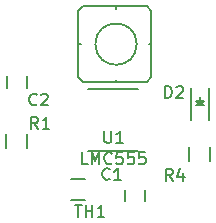
<source format=gbr>
G04 #@! TF.FileFunction,Legend,Top*
%FSLAX46Y46*%
G04 Gerber Fmt 4.6, Leading zero omitted, Abs format (unit mm)*
G04 Created by KiCad (PCBNEW 4.0.4-stable) date 10/20/17 11:10:49*
%MOMM*%
%LPD*%
G01*
G04 APERTURE LIST*
%ADD10C,0.100000*%
%ADD11C,0.150000*%
%ADD12C,0.152400*%
G04 APERTURE END LIST*
D10*
D11*
X133640000Y-100610000D02*
X133640000Y-99610000D01*
X131940000Y-99610000D02*
X131940000Y-100610000D01*
X121950000Y-89980000D02*
X121950000Y-90980000D01*
X123650000Y-90980000D02*
X123650000Y-89980000D01*
X121885000Y-96080000D02*
X121885000Y-94880000D01*
X123635000Y-94880000D02*
X123635000Y-96080000D01*
X128550000Y-100495000D02*
X127350000Y-100495000D01*
X127350000Y-98745000D02*
X128550000Y-98745000D01*
X133800000Y-90490000D02*
X128400000Y-90490000D01*
X134200000Y-84490000D02*
X134200000Y-90090000D01*
X128400000Y-84090000D02*
X133800000Y-84090000D01*
X128000000Y-90090000D02*
X128000000Y-84490000D01*
X134200000Y-84490000D02*
X133800000Y-84090000D01*
X128000000Y-84490000D02*
X128400000Y-84090000D01*
X128400000Y-90490000D02*
X128000000Y-90090000D01*
X133800000Y-90490000D02*
X134200000Y-90090000D01*
X132950000Y-87290000D02*
G75*
G03X132950000Y-87290000I-1750000J0D01*
G01*
X134200000Y-87290000D02*
X134000000Y-87290000D01*
X131200000Y-84290000D02*
X131200000Y-84090000D01*
X128200000Y-87290000D02*
X128000000Y-87290000D01*
X131200000Y-90290000D02*
X131200000Y-90490000D01*
X139030000Y-93680000D02*
X139030000Y-90980000D01*
X137530000Y-93680000D02*
X137530000Y-90980000D01*
X138430000Y-92180000D02*
X138180000Y-92180000D01*
X138180000Y-92180000D02*
X138330000Y-92330000D01*
X137930000Y-92430000D02*
X138630000Y-92430000D01*
X138280000Y-92080000D02*
X138280000Y-91730000D01*
X138280000Y-92430000D02*
X137930000Y-92080000D01*
X137930000Y-92080000D02*
X138630000Y-92080000D01*
X138630000Y-92080000D02*
X138280000Y-92430000D01*
X137405000Y-97230000D02*
X137405000Y-96030000D01*
X139155000Y-96030000D02*
X139155000Y-97230000D01*
D12*
X133030900Y-91051100D02*
X128789100Y-91051100D01*
X128789100Y-96308900D02*
X133030900Y-96308900D01*
D11*
X130663334Y-98697143D02*
X130615715Y-98744762D01*
X130472858Y-98792381D01*
X130377620Y-98792381D01*
X130234762Y-98744762D01*
X130139524Y-98649524D01*
X130091905Y-98554286D01*
X130044286Y-98363810D01*
X130044286Y-98220952D01*
X130091905Y-98030476D01*
X130139524Y-97935238D01*
X130234762Y-97840000D01*
X130377620Y-97792381D01*
X130472858Y-97792381D01*
X130615715Y-97840000D01*
X130663334Y-97887619D01*
X131615715Y-98792381D02*
X131044286Y-98792381D01*
X131330000Y-98792381D02*
X131330000Y-97792381D01*
X131234762Y-97935238D01*
X131139524Y-98030476D01*
X131044286Y-98078095D01*
X124483334Y-92387143D02*
X124435715Y-92434762D01*
X124292858Y-92482381D01*
X124197620Y-92482381D01*
X124054762Y-92434762D01*
X123959524Y-92339524D01*
X123911905Y-92244286D01*
X123864286Y-92053810D01*
X123864286Y-91910952D01*
X123911905Y-91720476D01*
X123959524Y-91625238D01*
X124054762Y-91530000D01*
X124197620Y-91482381D01*
X124292858Y-91482381D01*
X124435715Y-91530000D01*
X124483334Y-91577619D01*
X124864286Y-91577619D02*
X124911905Y-91530000D01*
X125007143Y-91482381D01*
X125245239Y-91482381D01*
X125340477Y-91530000D01*
X125388096Y-91577619D01*
X125435715Y-91672857D01*
X125435715Y-91768095D01*
X125388096Y-91910952D01*
X124816667Y-92482381D01*
X125435715Y-92482381D01*
X124593334Y-94462381D02*
X124260000Y-93986190D01*
X124021905Y-94462381D02*
X124021905Y-93462381D01*
X124402858Y-93462381D01*
X124498096Y-93510000D01*
X124545715Y-93557619D01*
X124593334Y-93652857D01*
X124593334Y-93795714D01*
X124545715Y-93890952D01*
X124498096Y-93938571D01*
X124402858Y-93986190D01*
X124021905Y-93986190D01*
X125545715Y-94462381D02*
X124974286Y-94462381D01*
X125260000Y-94462381D02*
X125260000Y-93462381D01*
X125164762Y-93605238D01*
X125069524Y-93700476D01*
X124974286Y-93748095D01*
X127724286Y-100912381D02*
X128295715Y-100912381D01*
X128010000Y-101912381D02*
X128010000Y-100912381D01*
X128629048Y-101912381D02*
X128629048Y-100912381D01*
X128629048Y-101388571D02*
X129200477Y-101388571D01*
X129200477Y-101912381D02*
X129200477Y-100912381D01*
X130200477Y-101912381D02*
X129629048Y-101912381D01*
X129914762Y-101912381D02*
X129914762Y-100912381D01*
X129819524Y-101055238D01*
X129724286Y-101150476D01*
X129629048Y-101198095D01*
X135361905Y-91852381D02*
X135361905Y-90852381D01*
X135600000Y-90852381D01*
X135742858Y-90900000D01*
X135838096Y-90995238D01*
X135885715Y-91090476D01*
X135933334Y-91280952D01*
X135933334Y-91423810D01*
X135885715Y-91614286D01*
X135838096Y-91709524D01*
X135742858Y-91804762D01*
X135600000Y-91852381D01*
X135361905Y-91852381D01*
X136314286Y-90947619D02*
X136361905Y-90900000D01*
X136457143Y-90852381D01*
X136695239Y-90852381D01*
X136790477Y-90900000D01*
X136838096Y-90947619D01*
X136885715Y-91042857D01*
X136885715Y-91138095D01*
X136838096Y-91280952D01*
X136266667Y-91852381D01*
X136885715Y-91852381D01*
X136003334Y-98852381D02*
X135670000Y-98376190D01*
X135431905Y-98852381D02*
X135431905Y-97852381D01*
X135812858Y-97852381D01*
X135908096Y-97900000D01*
X135955715Y-97947619D01*
X136003334Y-98042857D01*
X136003334Y-98185714D01*
X135955715Y-98280952D01*
X135908096Y-98328571D01*
X135812858Y-98376190D01*
X135431905Y-98376190D01*
X136860477Y-98185714D02*
X136860477Y-98852381D01*
X136622381Y-97804762D02*
X136384286Y-98519048D01*
X137003334Y-98519048D01*
X130218095Y-94652381D02*
X130218095Y-95461905D01*
X130265714Y-95557143D01*
X130313333Y-95604762D01*
X130408571Y-95652381D01*
X130599048Y-95652381D01*
X130694286Y-95604762D01*
X130741905Y-95557143D01*
X130789524Y-95461905D01*
X130789524Y-94652381D01*
X131789524Y-95652381D02*
X131218095Y-95652381D01*
X131503809Y-95652381D02*
X131503809Y-94652381D01*
X131408571Y-94795238D01*
X131313333Y-94890476D01*
X131218095Y-94938095D01*
X128789524Y-97462381D02*
X128313333Y-97462381D01*
X128313333Y-96462381D01*
X129122857Y-97462381D02*
X129122857Y-96462381D01*
X129456191Y-97176667D01*
X129789524Y-96462381D01*
X129789524Y-97462381D01*
X130837143Y-97367143D02*
X130789524Y-97414762D01*
X130646667Y-97462381D01*
X130551429Y-97462381D01*
X130408571Y-97414762D01*
X130313333Y-97319524D01*
X130265714Y-97224286D01*
X130218095Y-97033810D01*
X130218095Y-96890952D01*
X130265714Y-96700476D01*
X130313333Y-96605238D01*
X130408571Y-96510000D01*
X130551429Y-96462381D01*
X130646667Y-96462381D01*
X130789524Y-96510000D01*
X130837143Y-96557619D01*
X131741905Y-96462381D02*
X131265714Y-96462381D01*
X131218095Y-96938571D01*
X131265714Y-96890952D01*
X131360952Y-96843333D01*
X131599048Y-96843333D01*
X131694286Y-96890952D01*
X131741905Y-96938571D01*
X131789524Y-97033810D01*
X131789524Y-97271905D01*
X131741905Y-97367143D01*
X131694286Y-97414762D01*
X131599048Y-97462381D01*
X131360952Y-97462381D01*
X131265714Y-97414762D01*
X131218095Y-97367143D01*
X132694286Y-96462381D02*
X132218095Y-96462381D01*
X132170476Y-96938571D01*
X132218095Y-96890952D01*
X132313333Y-96843333D01*
X132551429Y-96843333D01*
X132646667Y-96890952D01*
X132694286Y-96938571D01*
X132741905Y-97033810D01*
X132741905Y-97271905D01*
X132694286Y-97367143D01*
X132646667Y-97414762D01*
X132551429Y-97462381D01*
X132313333Y-97462381D01*
X132218095Y-97414762D01*
X132170476Y-97367143D01*
X133646667Y-96462381D02*
X133170476Y-96462381D01*
X133122857Y-96938571D01*
X133170476Y-96890952D01*
X133265714Y-96843333D01*
X133503810Y-96843333D01*
X133599048Y-96890952D01*
X133646667Y-96938571D01*
X133694286Y-97033810D01*
X133694286Y-97271905D01*
X133646667Y-97367143D01*
X133599048Y-97414762D01*
X133503810Y-97462381D01*
X133265714Y-97462381D01*
X133170476Y-97414762D01*
X133122857Y-97367143D01*
M02*

</source>
